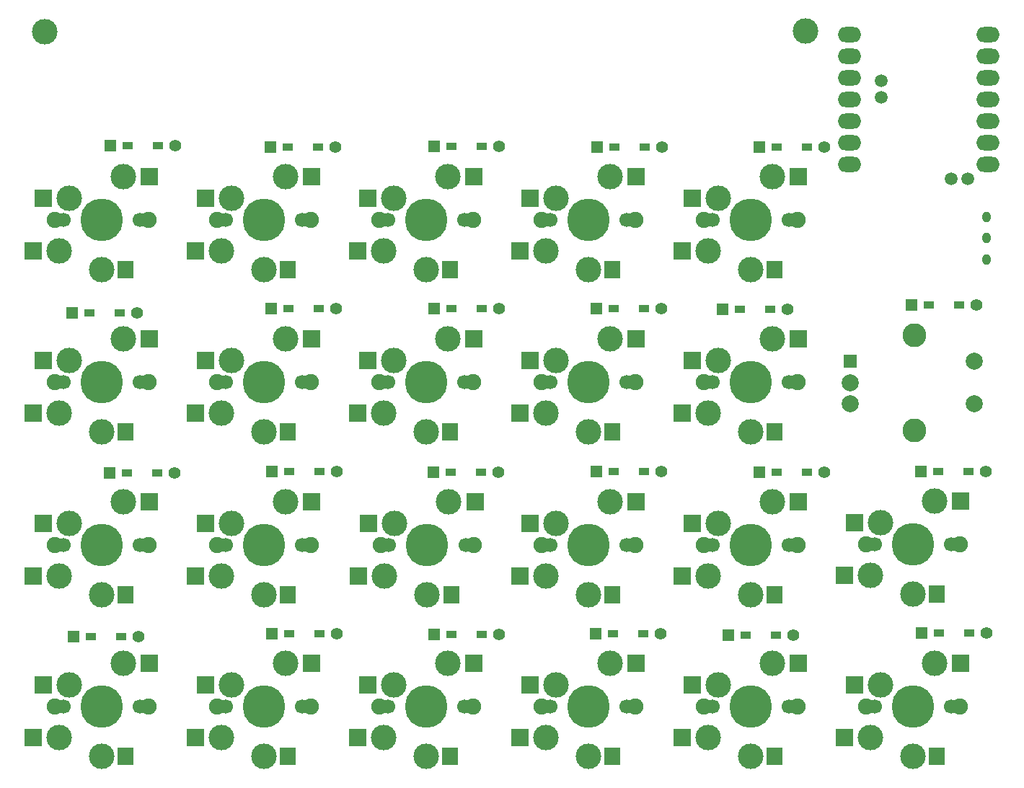
<source format=gbr>
%TF.GenerationSoftware,KiCad,Pcbnew,8.0.7*%
%TF.CreationDate,2025-02-15T16:26:46+09:00*%
%TF.ProjectId,cool642tb_L,636f6f6c-3634-4327-9462-5f4c2e6b6963,rev?*%
%TF.SameCoordinates,Original*%
%TF.FileFunction,Soldermask,Bot*%
%TF.FilePolarity,Negative*%
%FSLAX46Y46*%
G04 Gerber Fmt 4.6, Leading zero omitted, Abs format (unit mm)*
G04 Created by KiCad (PCBNEW 8.0.7) date 2025-02-15 16:26:46*
%MOMM*%
%LPD*%
G01*
G04 APERTURE LIST*
%ADD10C,1.900000*%
%ADD11C,1.700000*%
%ADD12C,3.000000*%
%ADD13C,5.000000*%
%ADD14R,2.000000X2.000000*%
%ADD15R,1.900000X2.000000*%
%ADD16R,1.397000X1.397000*%
%ADD17R,1.300000X0.950000*%
%ADD18C,1.397000*%
%ADD19C,2.000000*%
%ADD20R,1.500000X1.500000*%
%ADD21C,2.800000*%
%ADD22O,1.000000X1.300000*%
%ADD23O,2.750000X1.800000*%
%ADD24C,1.500000*%
G04 APERTURE END LIST*
D10*
%TO.C,SW14*%
X51650000Y-19050000D03*
D11*
X52070000Y-19050000D03*
D12*
X52150000Y-22750000D03*
D11*
X52650000Y-19050000D03*
D12*
X53340000Y-16510000D03*
D13*
X57150000Y-19050000D03*
D12*
X57150000Y-24950000D03*
X59690000Y-13970000D03*
D11*
X61650000Y-19050000D03*
X62230000Y-19050000D03*
D10*
X62650000Y-19050000D03*
D14*
X49050000Y-22750000D03*
X50250000Y-16510000D03*
D15*
X59950000Y-24950000D03*
D14*
X62750000Y-13970000D03*
%TD*%
D16*
%TO.C,D3*%
X890000Y-29720000D03*
D17*
X2925000Y-29720000D03*
X6475000Y-29720000D03*
D18*
X8510000Y-29720000D03*
%TD*%
D12*
%TO.C,B1*%
X-6700000Y22080000D03*
X82570000Y22120000D03*
%TD*%
D10*
%TO.C,SW18*%
X70700000Y-19050000D03*
D11*
X71120000Y-19050000D03*
D12*
X71200000Y-22750000D03*
D11*
X71700000Y-19050000D03*
D12*
X72390000Y-16510000D03*
D13*
X76200000Y-19050000D03*
D12*
X76200000Y-24950000D03*
X78740000Y-13970000D03*
D11*
X80700000Y-19050000D03*
X81280000Y-19050000D03*
D10*
X81700000Y-19050000D03*
D14*
X68100000Y-22750000D03*
X69300000Y-16510000D03*
D15*
X79000000Y-24950000D03*
D14*
X81800000Y-13970000D03*
%TD*%
D16*
%TO.C,D13*%
X58170000Y8480000D03*
D17*
X60205000Y8480000D03*
X63755000Y8480000D03*
D18*
X65790000Y8480000D03*
%TD*%
D10*
%TO.C,SW12*%
X32600000Y-57150000D03*
D11*
X33020000Y-57150000D03*
D12*
X33100000Y-60850000D03*
D11*
X33600000Y-57150000D03*
D12*
X34290000Y-54610000D03*
D13*
X38100000Y-57150000D03*
D12*
X38100000Y-63050000D03*
X40640000Y-52070000D03*
D11*
X42600000Y-57150000D03*
X43180000Y-57150000D03*
D10*
X43600000Y-57150000D03*
D14*
X30000000Y-60850000D03*
X31200000Y-54610000D03*
D15*
X40900000Y-63050000D03*
D14*
X43700000Y-52070000D03*
%TD*%
D10*
%TO.C,SW23*%
X89750000Y-57150000D03*
D11*
X90170000Y-57150000D03*
D12*
X90250000Y-60850000D03*
D11*
X90750000Y-57150000D03*
D12*
X91440000Y-54610000D03*
D13*
X95250000Y-57150000D03*
D12*
X95250000Y-63050000D03*
X97790000Y-52070000D03*
D11*
X99750000Y-57150000D03*
X100330000Y-57150000D03*
D10*
X100750000Y-57150000D03*
D14*
X87150000Y-60850000D03*
X88350000Y-54610000D03*
D15*
X98050000Y-63050000D03*
D14*
X100850000Y-52070000D03*
%TD*%
D16*
%TO.C,D10*%
X39000000Y-10420000D03*
D17*
X41035000Y-10420000D03*
X44585000Y-10420000D03*
D18*
X46620000Y-10420000D03*
%TD*%
D16*
%TO.C,D19*%
X77190000Y-29630000D03*
D17*
X79225000Y-29630000D03*
X82775000Y-29630000D03*
D18*
X84810000Y-29630000D03*
%TD*%
D16*
%TO.C,D16*%
X57960000Y-48600000D03*
D17*
X59995000Y-48600000D03*
X63545000Y-48600000D03*
D18*
X65580000Y-48600000D03*
%TD*%
D10*
%TO.C,SW19*%
X70700000Y-38200000D03*
D11*
X71120000Y-38200000D03*
D12*
X71200000Y-41900000D03*
D11*
X71700000Y-38200000D03*
D12*
X72390000Y-35660000D03*
D13*
X76200000Y-38200000D03*
D12*
X76200000Y-44100000D03*
X78740000Y-33120000D03*
D11*
X80700000Y-38200000D03*
X81280000Y-38200000D03*
D10*
X81700000Y-38200000D03*
D14*
X68100000Y-41900000D03*
X69300000Y-35660000D03*
D15*
X79000000Y-44100000D03*
D14*
X81800000Y-33120000D03*
%TD*%
D10*
%TO.C,SW1*%
X-5500000Y0D03*
D11*
X-5080000Y0D03*
D12*
X-5000000Y-3700000D03*
D11*
X-4500000Y0D03*
D12*
X-3810000Y2540000D03*
D13*
X0Y0D03*
D12*
X0Y-5900000D03*
X2540000Y5080000D03*
D11*
X4500000Y0D03*
X5080000Y0D03*
D10*
X5500000Y0D03*
D14*
X-8100000Y-3700000D03*
X-6900000Y2540000D03*
D15*
X2800000Y-5900000D03*
D14*
X5600000Y5080000D03*
%TD*%
D10*
%TO.C,SW13*%
X51650000Y0D03*
D11*
X52070000Y0D03*
D12*
X52150000Y-3700000D03*
D11*
X52650000Y0D03*
D12*
X53340000Y2540000D03*
D13*
X57150000Y0D03*
D12*
X57150000Y-5900000D03*
X59690000Y5080000D03*
D11*
X61650000Y0D03*
X62230000Y0D03*
D10*
X62650000Y0D03*
D14*
X49050000Y-3700000D03*
X50250000Y2540000D03*
D15*
X59950000Y-5900000D03*
D14*
X62750000Y5080000D03*
%TD*%
D16*
%TO.C,D7*%
X19990000Y-29570000D03*
D17*
X22025000Y-29570000D03*
X25575000Y-29570000D03*
D18*
X27610000Y-29570000D03*
%TD*%
D16*
%TO.C,D21*%
X95025000Y-10040000D03*
D17*
X97060000Y-10040000D03*
X100610000Y-10040000D03*
D18*
X102645000Y-10040000D03*
%TD*%
D10*
%TO.C,SW10*%
X32600000Y-19050000D03*
D11*
X33020000Y-19050000D03*
D12*
X33100000Y-22750000D03*
D11*
X33600000Y-19050000D03*
D12*
X34290000Y-16510000D03*
D13*
X38100000Y-19050000D03*
D12*
X38100000Y-24950000D03*
X40640000Y-13970000D03*
D11*
X42600000Y-19050000D03*
X43180000Y-19050000D03*
D10*
X43600000Y-19050000D03*
D14*
X30000000Y-22750000D03*
X31200000Y-16510000D03*
D15*
X40900000Y-24950000D03*
D14*
X43700000Y-13970000D03*
%TD*%
D16*
%TO.C,D14*%
X58090000Y-10490000D03*
D17*
X60125000Y-10490000D03*
X63675000Y-10490000D03*
D18*
X65710000Y-10490000D03*
%TD*%
D16*
%TO.C,D18*%
X72855000Y-10550000D03*
D17*
X74890000Y-10550000D03*
X78440000Y-10550000D03*
D18*
X80475000Y-10550000D03*
%TD*%
D16*
%TO.C,D5*%
X19770000Y8520000D03*
D17*
X21805000Y8520000D03*
X25355000Y8520000D03*
D18*
X27390000Y8520000D03*
%TD*%
D10*
%TO.C,SW9*%
X32600000Y0D03*
D11*
X33020000Y0D03*
D12*
X33100000Y-3700000D03*
D11*
X33600000Y0D03*
D12*
X34290000Y2540000D03*
D13*
X38100000Y0D03*
D12*
X38100000Y-5900000D03*
X40640000Y5080000D03*
D11*
X42600000Y0D03*
X43180000Y0D03*
D10*
X43600000Y0D03*
D14*
X30000000Y-3700000D03*
X31200000Y2540000D03*
D15*
X40900000Y-5900000D03*
D14*
X43700000Y5080000D03*
%TD*%
D10*
%TO.C,SW15*%
X51650000Y-38200000D03*
D11*
X52070000Y-38200000D03*
D12*
X52150000Y-41900000D03*
D11*
X52650000Y-38200000D03*
D12*
X53340000Y-35660000D03*
D13*
X57150000Y-38200000D03*
D12*
X57150000Y-44100000D03*
X59690000Y-33120000D03*
D11*
X61650000Y-38200000D03*
X62230000Y-38200000D03*
D10*
X62650000Y-38200000D03*
D14*
X49050000Y-41900000D03*
X50250000Y-35660000D03*
D15*
X59950000Y-44100000D03*
D14*
X62750000Y-33120000D03*
%TD*%
D10*
%TO.C,SW11*%
X32700000Y-38200000D03*
D11*
X33120000Y-38200000D03*
D12*
X33200000Y-41900000D03*
D11*
X33700000Y-38200000D03*
D12*
X34390000Y-35660000D03*
D13*
X38200000Y-38200000D03*
D12*
X38200000Y-44100000D03*
X40740000Y-33120000D03*
D11*
X42700000Y-38200000D03*
X43280000Y-38200000D03*
D10*
X43700000Y-38200000D03*
D14*
X30100000Y-41900000D03*
X31300000Y-35660000D03*
D15*
X41000000Y-44100000D03*
D14*
X43800000Y-33120000D03*
%TD*%
D10*
%TO.C,SW5*%
X13550000Y0D03*
D11*
X13970000Y0D03*
D12*
X14050000Y-3700000D03*
D11*
X14550000Y0D03*
D12*
X15240000Y2540000D03*
D13*
X19050000Y0D03*
D12*
X19050000Y-5900000D03*
X21590000Y5080000D03*
D11*
X23550000Y0D03*
X24130000Y0D03*
D10*
X24550000Y0D03*
D14*
X10950000Y-3700000D03*
X12150000Y2540000D03*
D15*
X21850000Y-5900000D03*
D14*
X24650000Y5080000D03*
%TD*%
D16*
%TO.C,D9*%
X39010000Y8610000D03*
D17*
X41045000Y8610000D03*
X44595000Y8610000D03*
D18*
X46630000Y8610000D03*
%TD*%
D16*
%TO.C,D8*%
X19920000Y-48670000D03*
D17*
X21955000Y-48670000D03*
X25505000Y-48670000D03*
D18*
X27540000Y-48670000D03*
%TD*%
D10*
%TO.C,SW4*%
X-5500000Y-57150000D03*
D11*
X-5080000Y-57150000D03*
D12*
X-5000000Y-60850000D03*
D11*
X-4500000Y-57150000D03*
D12*
X-3810000Y-54610000D03*
D13*
X0Y-57150000D03*
D12*
X0Y-63050000D03*
X2540000Y-52070000D03*
D11*
X4500000Y-57150000D03*
X5080000Y-57150000D03*
D10*
X5500000Y-57150000D03*
D14*
X-8100000Y-60850000D03*
X-6900000Y-54610000D03*
D15*
X2800000Y-63050000D03*
D14*
X5600000Y-52070000D03*
%TD*%
D10*
%TO.C,SW17*%
X70700000Y0D03*
D11*
X71120000Y0D03*
D12*
X71200000Y-3700000D03*
D11*
X71700000Y0D03*
D12*
X72390000Y2540000D03*
D13*
X76200000Y0D03*
D12*
X76200000Y-5900000D03*
X78740000Y5080000D03*
D11*
X80700000Y0D03*
X81280000Y0D03*
D10*
X81700000Y0D03*
D14*
X68100000Y-3700000D03*
X69300000Y2540000D03*
D15*
X79000000Y-5900000D03*
D14*
X81800000Y5080000D03*
%TD*%
D16*
%TO.C,D23*%
X96270000Y-48510000D03*
D17*
X98305000Y-48510000D03*
X101855000Y-48510000D03*
D18*
X103890000Y-48510000D03*
%TD*%
D10*
%TO.C,SW22*%
X89750000Y-38100000D03*
D11*
X90170000Y-38100000D03*
D12*
X90250000Y-41800000D03*
D11*
X90750000Y-38100000D03*
D12*
X91440000Y-35560000D03*
D13*
X95250000Y-38100000D03*
D12*
X95250000Y-44000000D03*
X97790000Y-33020000D03*
D11*
X99750000Y-38100000D03*
X100330000Y-38100000D03*
D10*
X100750000Y-38100000D03*
D14*
X87150000Y-41800000D03*
X88350000Y-35560000D03*
D15*
X98050000Y-44000000D03*
D14*
X100850000Y-33020000D03*
%TD*%
D16*
%TO.C,D11*%
X38900000Y-29650000D03*
D17*
X40935000Y-29650000D03*
X44485000Y-29650000D03*
D18*
X46520000Y-29650000D03*
%TD*%
D10*
%TO.C,SW6*%
X13550000Y-19050000D03*
D11*
X13970000Y-19050000D03*
D12*
X14050000Y-22750000D03*
D11*
X14550000Y-19050000D03*
D12*
X15240000Y-16510000D03*
D13*
X19050000Y-19050000D03*
D12*
X19050000Y-24950000D03*
X21590000Y-13970000D03*
D11*
X23550000Y-19050000D03*
X24130000Y-19050000D03*
D10*
X24550000Y-19050000D03*
D14*
X10950000Y-22750000D03*
X12150000Y-16510000D03*
D15*
X21850000Y-24950000D03*
D14*
X24650000Y-13970000D03*
%TD*%
D19*
%TO.C,SW21*%
X102400000Y-16660000D03*
X102400000Y-21660000D03*
D20*
X87900000Y-16660000D03*
D19*
X87900000Y-21660000D03*
X87900000Y-19160000D03*
D21*
X95400000Y-13560000D03*
X95400000Y-24760000D03*
%TD*%
D10*
%TO.C,SW3*%
X-5500000Y-38200000D03*
D11*
X-5080000Y-38200000D03*
D12*
X-5000000Y-41900000D03*
D11*
X-4500000Y-38200000D03*
D12*
X-3810000Y-35660000D03*
D13*
X0Y-38200000D03*
D12*
X0Y-44100000D03*
X2540000Y-33120000D03*
D11*
X4500000Y-38200000D03*
X5080000Y-38200000D03*
D10*
X5500000Y-38200000D03*
D14*
X-8100000Y-41900000D03*
X-6900000Y-35660000D03*
D15*
X2800000Y-44100000D03*
D14*
X5600000Y-33120000D03*
%TD*%
D16*
%TO.C,D6*%
X19890000Y-10420000D03*
D17*
X21925000Y-10420000D03*
X25475000Y-10420000D03*
D18*
X27510000Y-10420000D03*
%TD*%
D10*
%TO.C,SW2*%
X-5500000Y-19050000D03*
D11*
X-5080000Y-19050000D03*
D12*
X-5000000Y-22750000D03*
D11*
X-4500000Y-19050000D03*
D12*
X-3810000Y-16510000D03*
D13*
X0Y-19050000D03*
D12*
X0Y-24950000D03*
X2540000Y-13970000D03*
D11*
X4500000Y-19050000D03*
X5080000Y-19050000D03*
D10*
X5500000Y-19050000D03*
D14*
X-8100000Y-22750000D03*
X-6900000Y-16510000D03*
D15*
X2800000Y-24950000D03*
D14*
X5600000Y-13970000D03*
%TD*%
D10*
%TO.C,SW16*%
X51650000Y-57150000D03*
D11*
X52070000Y-57150000D03*
D12*
X52150000Y-60850000D03*
D11*
X52650000Y-57150000D03*
D12*
X53340000Y-54610000D03*
D13*
X57150000Y-57150000D03*
D12*
X57150000Y-63050000D03*
X59690000Y-52070000D03*
D11*
X61650000Y-57150000D03*
X62230000Y-57150000D03*
D10*
X62650000Y-57150000D03*
D14*
X49050000Y-60850000D03*
X50250000Y-54610000D03*
D15*
X59950000Y-63050000D03*
D14*
X62750000Y-52070000D03*
%TD*%
D22*
%TO.C,SW24*%
X103890000Y340000D03*
X103890000Y-2160000D03*
X103890000Y-4660000D03*
%TD*%
D16*
%TO.C,D15*%
X58040000Y-29620000D03*
D17*
X60075000Y-29620000D03*
X63625000Y-29620000D03*
D18*
X65660000Y-29620000D03*
%TD*%
D10*
%TO.C,SW8*%
X13550000Y-57150000D03*
D11*
X13970000Y-57150000D03*
D12*
X14050000Y-60850000D03*
D11*
X14550000Y-57150000D03*
D12*
X15240000Y-54610000D03*
D13*
X19050000Y-57150000D03*
D12*
X19050000Y-63050000D03*
X21590000Y-52070000D03*
D11*
X23550000Y-57150000D03*
X24130000Y-57150000D03*
D10*
X24550000Y-57150000D03*
D14*
X10950000Y-60850000D03*
X12150000Y-54610000D03*
D15*
X21850000Y-63050000D03*
D14*
X24650000Y-52070000D03*
%TD*%
D16*
%TO.C,D2*%
X-3500000Y-10920000D03*
D17*
X-1465000Y-10920000D03*
X2085000Y-10920000D03*
D18*
X4120000Y-10920000D03*
%TD*%
D16*
%TO.C,D12*%
X38990000Y-48690000D03*
D17*
X41025000Y-48690000D03*
X44575000Y-48690000D03*
D18*
X46610000Y-48690000D03*
%TD*%
D16*
%TO.C,D4*%
X-3300000Y-48970000D03*
D17*
X-1265000Y-48970000D03*
X2285000Y-48970000D03*
D18*
X4320000Y-48970000D03*
%TD*%
D16*
%TO.C,D1*%
X960000Y8650000D03*
D17*
X2995000Y8650000D03*
X6545000Y8650000D03*
D18*
X8580000Y8650000D03*
%TD*%
D16*
%TO.C,D17*%
X77195000Y8510000D03*
D17*
X79230000Y8510000D03*
X82780000Y8510000D03*
D18*
X84815000Y8510000D03*
%TD*%
D10*
%TO.C,SW7*%
X13550000Y-38200000D03*
D11*
X13970000Y-38200000D03*
D12*
X14050000Y-41900000D03*
D11*
X14550000Y-38200000D03*
D12*
X15240000Y-35660000D03*
D13*
X19050000Y-38200000D03*
D12*
X19050000Y-44100000D03*
X21590000Y-33120000D03*
D11*
X23550000Y-38200000D03*
X24130000Y-38200000D03*
D10*
X24550000Y-38200000D03*
D14*
X10950000Y-41900000D03*
X12150000Y-35660000D03*
D15*
X21850000Y-44100000D03*
D14*
X24650000Y-33120000D03*
%TD*%
D23*
%TO.C,U1*%
X87790000Y21686000D03*
X87790000Y19146000D03*
X87790000Y16606000D03*
X87790000Y14066000D03*
X87790000Y11526000D03*
X87790000Y8986000D03*
X87790000Y6446000D03*
X104030000Y6446000D03*
X104030000Y8986000D03*
X104030000Y11526000D03*
X104030000Y14066000D03*
X104030000Y16606000D03*
X104030000Y19146000D03*
X104030000Y21686000D03*
D24*
X99745400Y4754000D03*
X101625000Y4754000D03*
X91465000Y14383000D03*
X91465000Y16288000D03*
%TD*%
D10*
%TO.C,SW20*%
X70700000Y-57150000D03*
D11*
X71120000Y-57150000D03*
D12*
X71200000Y-60850000D03*
D11*
X71700000Y-57150000D03*
D12*
X72390000Y-54610000D03*
D13*
X76200000Y-57150000D03*
D12*
X76200000Y-63050000D03*
X78740000Y-52070000D03*
D11*
X80700000Y-57150000D03*
X81280000Y-57150000D03*
D10*
X81700000Y-57150000D03*
D14*
X68100000Y-60850000D03*
X69300000Y-54610000D03*
D15*
X79000000Y-63050000D03*
D14*
X81800000Y-52070000D03*
%TD*%
D16*
%TO.C,D22*%
X96170000Y-29600000D03*
D17*
X98205000Y-29600000D03*
X101755000Y-29600000D03*
D18*
X103790000Y-29600000D03*
%TD*%
D16*
%TO.C,D20*%
X73540000Y-48810000D03*
D17*
X75575000Y-48810000D03*
X79125000Y-48810000D03*
D18*
X81160000Y-48810000D03*
%TD*%
M02*

</source>
